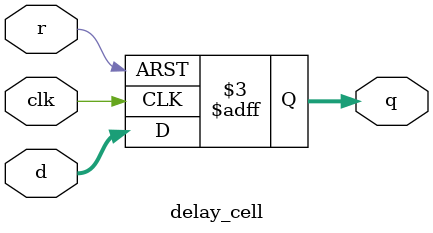
<source format=v>
module delay_cell(d, q, r, clk);
    parameter BITS=4;
    input r, clk;
    input [BITS-1:0]d;
    output [BITS-1:0]q;
    
    reg [BITS-1:0]q;
    
    always@(posedge clk or negedge r) begin
        if(!r) begin
            q=0;
        end
        else begin
            q=d;
        end
    end
endmodule
</source>
